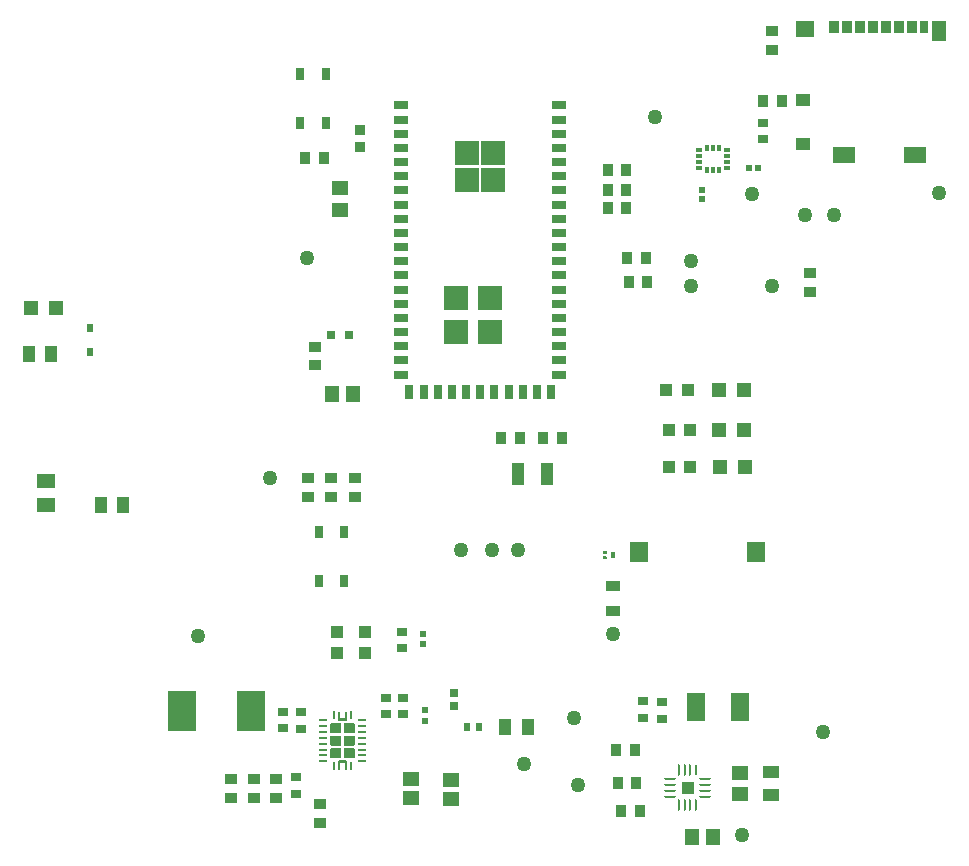
<source format=gtp>
G04*
G04 #@! TF.GenerationSoftware,Altium Limited,Altium Designer,21.1.1 (26)*
G04*
G04 Layer_Color=8421504*
%FSLAX25Y25*%
%MOIN*%
G70*
G04*
G04 #@! TF.SameCoordinates,1EF24474-C81F-45A5-81BD-A50C78BF7B70*
G04*
G04*
G04 #@! TF.FilePolarity,Positive*
G04*
G01*
G75*
%ADD17R,0.01181X0.02362*%
%ADD18R,0.04183X0.04183*%
%ADD19R,0.03937X0.03543*%
%ADD20C,0.05000*%
%ADD21R,0.04134X0.05512*%
%ADD22R,0.03543X0.02756*%
%ADD23R,0.09500X0.13500*%
%ADD24R,0.04331X0.04331*%
%ADD25R,0.07874X0.07874*%
%ADD26R,0.02756X0.04724*%
%ADD27R,0.04724X0.02756*%
%ADD28R,0.02047X0.02047*%
%ADD29R,0.01378X0.02264*%
%ADD30R,0.02264X0.01378*%
%ADD31R,0.03150X0.03150*%
%ADD32R,0.03543X0.03937*%
%ADD33R,0.02559X0.04134*%
%ADD34R,0.04331X0.07480*%
%ADD35R,0.04528X0.05709*%
%ADD36R,0.04331X0.04331*%
%ADD37R,0.02441X0.02441*%
%ADD38R,0.02953X0.02559*%
%ADD39R,0.02165X0.02559*%
%ADD40R,0.05733X0.04940*%
G04:AMPARAMS|DCode=41|XSize=23.62mil|YSize=9.45mil|CornerRadius=1.98mil|HoleSize=0mil|Usage=FLASHONLY|Rotation=0.000|XOffset=0mil|YOffset=0mil|HoleType=Round|Shape=RoundedRectangle|*
%AMROUNDEDRECTD41*
21,1,0.02362,0.00548,0,0,0.0*
21,1,0.01965,0.00945,0,0,0.0*
1,1,0.00397,0.00983,-0.00274*
1,1,0.00397,-0.00983,-0.00274*
1,1,0.00397,-0.00983,0.00274*
1,1,0.00397,0.00983,0.00274*
%
%ADD41ROUNDEDRECTD41*%
G04:AMPARAMS|DCode=42|XSize=9.45mil|YSize=23.62mil|CornerRadius=1.98mil|HoleSize=0mil|Usage=FLASHONLY|Rotation=0.000|XOffset=0mil|YOffset=0mil|HoleType=Round|Shape=RoundedRectangle|*
%AMROUNDEDRECTD42*
21,1,0.00945,0.01965,0,0,0.0*
21,1,0.00548,0.02362,0,0,0.0*
1,1,0.00397,0.00274,-0.00983*
1,1,0.00397,-0.00274,-0.00983*
1,1,0.00397,-0.00274,0.00983*
1,1,0.00397,0.00274,0.00983*
%
%ADD42ROUNDEDRECTD42*%
%ADD43R,0.03197X0.02975*%
%ADD44R,0.05512X0.04134*%
%ADD45R,0.05709X0.04528*%
%ADD46R,0.05906X0.09449*%
%ADD47R,0.03788X0.03400*%
%ADD48R,0.04724X0.03543*%
%ADD49R,0.05906X0.06693*%
%ADD50R,0.04724X0.04724*%
%ADD51R,0.02047X0.02047*%
%ADD52R,0.07480X0.05315*%
%ADD53R,0.04724X0.03937*%
%ADD54R,0.06102X0.05315*%
%ADD55R,0.03347X0.04331*%
%ADD56R,0.02953X0.04331*%
%ADD57R,0.04606X0.07087*%
%ADD58R,0.04154X0.05733*%
%ADD59R,0.06127X0.04942*%
%ADD60R,0.01968X0.03150*%
G04:AMPARAMS|DCode=61|XSize=9.42mil|YSize=38.03mil|CornerRadius=4.71mil|HoleSize=0mil|Usage=FLASHONLY|Rotation=270.000|XOffset=0mil|YOffset=0mil|HoleType=Round|Shape=RoundedRectangle|*
%AMROUNDEDRECTD61*
21,1,0.00942,0.02861,0,0,270.0*
21,1,0.00000,0.03803,0,0,270.0*
1,1,0.00942,-0.01431,0.00000*
1,1,0.00942,-0.01431,0.00000*
1,1,0.00942,0.01431,0.00000*
1,1,0.00942,0.01431,0.00000*
%
%ADD61ROUNDEDRECTD61*%
G04:AMPARAMS|DCode=62|XSize=38.03mil|YSize=9.42mil|CornerRadius=4.71mil|HoleSize=0mil|Usage=FLASHONLY|Rotation=270.000|XOffset=0mil|YOffset=0mil|HoleType=Round|Shape=RoundedRectangle|*
%AMROUNDEDRECTD62*
21,1,0.03803,0.00000,0,0,270.0*
21,1,0.02861,0.00942,0,0,270.0*
1,1,0.00942,0.00000,-0.01431*
1,1,0.00942,0.00000,0.01431*
1,1,0.00942,0.00000,0.01431*
1,1,0.00942,0.00000,-0.01431*
%
%ADD62ROUNDEDRECTD62*%
%ADD63R,0.00942X0.03803*%
G36*
X199049Y-181952D02*
X199105Y-182007D01*
X199135Y-182080D01*
Y-182119D01*
Y-182709D01*
Y-182749D01*
X199105Y-182821D01*
X199049Y-182876D01*
X198977Y-182906D01*
X198111D01*
X198039Y-182876D01*
X197984Y-182821D01*
X197953Y-182749D01*
Y-182709D01*
Y-182119D01*
Y-182080D01*
X197984Y-182007D01*
X198039Y-181952D01*
X198111Y-181922D01*
X198977D01*
X199049Y-181952D01*
D02*
G37*
G36*
Y-183724D02*
X199105Y-183779D01*
X199135Y-183851D01*
Y-183891D01*
Y-184481D01*
Y-184520D01*
X199105Y-184593D01*
X199049Y-184648D01*
X198977Y-184678D01*
X198111D01*
X198039Y-184648D01*
X197984Y-184593D01*
X197953Y-184520D01*
Y-184481D01*
Y-183891D01*
Y-183851D01*
X197984Y-183779D01*
X198039Y-183724D01*
X198111Y-183694D01*
X198977D01*
X199049Y-183724D01*
D02*
G37*
G36*
X111960Y-235485D02*
X112353D01*
X112353Y-235485D01*
X112392Y-235485D01*
X112465Y-235515D01*
X112520Y-235571D01*
X112550Y-235643D01*
Y-235682D01*
Y-238340D01*
X112550D01*
X112550Y-238379D01*
X112520Y-238451D01*
X112465Y-238507D01*
X112392Y-238537D01*
X112353D01*
X109794Y-238537D01*
X109794D01*
X109755Y-238537D01*
X109683Y-238507D01*
X109627Y-238451D01*
X109598Y-238379D01*
Y-238340D01*
X109598Y-235682D01*
X109598Y-235643D01*
X109627Y-235571D01*
X109683Y-235515D01*
X109755Y-235485D01*
X109794D01*
X110188Y-235485D01*
X110188Y-235485D01*
X110227D01*
X110300Y-235515D01*
X110355Y-235571D01*
X110385Y-235643D01*
Y-235682D01*
X110385Y-237552D01*
X111763D01*
X111763Y-235682D01*
Y-235682D01*
X111763Y-235643D01*
X111793Y-235571D01*
X111848Y-235515D01*
X111920Y-235485D01*
X111960Y-235485D01*
D02*
G37*
G36*
X115004Y-239354D02*
X115060Y-239409D01*
X115090Y-239482D01*
Y-239521D01*
Y-242474D01*
Y-242513D01*
X115060Y-242585D01*
X115004Y-242640D01*
X114932Y-242670D01*
X111625D01*
X111553Y-242640D01*
X111497Y-242585D01*
X111468Y-242513D01*
Y-242474D01*
Y-239521D01*
Y-239482D01*
X111497Y-239409D01*
X111553Y-239354D01*
X111625Y-239324D01*
X114932D01*
X115004Y-239354D01*
D02*
G37*
G36*
X110595D02*
X110650Y-239409D01*
X110680Y-239482D01*
Y-239521D01*
Y-242474D01*
Y-242513D01*
X110650Y-242585D01*
X110595Y-242640D01*
X110522Y-242670D01*
X107216D01*
X107143Y-242640D01*
X107088Y-242585D01*
X107058Y-242513D01*
Y-242474D01*
Y-239521D01*
Y-239482D01*
X107088Y-239409D01*
X107143Y-239354D01*
X107216Y-239324D01*
X110522D01*
X110595Y-239354D01*
D02*
G37*
G36*
X115004Y-243488D02*
X115060Y-243543D01*
X115090Y-243616D01*
Y-243655D01*
Y-246607D01*
Y-246647D01*
X115060Y-246719D01*
X115004Y-246774D01*
X114932Y-246804D01*
X111625D01*
X111553Y-246774D01*
X111497Y-246719D01*
X111468Y-246647D01*
Y-246607D01*
Y-243655D01*
Y-243616D01*
X111497Y-243543D01*
X111553Y-243488D01*
X111625Y-243458D01*
X114932D01*
X115004Y-243488D01*
D02*
G37*
G36*
X110595D02*
X110650Y-243543D01*
X110680Y-243616D01*
Y-243655D01*
Y-246607D01*
Y-246647D01*
X110650Y-246719D01*
X110595Y-246774D01*
X110522Y-246804D01*
X107216D01*
X107143Y-246774D01*
X107088Y-246719D01*
X107058Y-246647D01*
Y-246607D01*
Y-243655D01*
Y-243616D01*
X107088Y-243543D01*
X107143Y-243488D01*
X107216Y-243458D01*
X110522D01*
X110595Y-243488D01*
D02*
G37*
G36*
X115004Y-247622D02*
X115060Y-247677D01*
X115090Y-247749D01*
Y-247789D01*
Y-250741D01*
Y-250780D01*
X115060Y-250853D01*
X115004Y-250908D01*
X114932Y-250938D01*
X111625D01*
X111553Y-250908D01*
X111497Y-250853D01*
X111468Y-250780D01*
Y-250741D01*
Y-247789D01*
Y-247749D01*
X111497Y-247677D01*
X111553Y-247622D01*
X111625Y-247592D01*
X114932D01*
X115004Y-247622D01*
D02*
G37*
G36*
X110595D02*
X110650Y-247677D01*
X110680Y-247749D01*
Y-247789D01*
Y-250741D01*
Y-250780D01*
X110650Y-250853D01*
X110595Y-250908D01*
X110522Y-250938D01*
X107216D01*
X107143Y-250908D01*
X107088Y-250853D01*
X107058Y-250780D01*
Y-250741D01*
Y-247789D01*
Y-247749D01*
X107088Y-247677D01*
X107143Y-247622D01*
X107216Y-247592D01*
X110522D01*
X110595Y-247622D01*
D02*
G37*
G36*
X112353Y-251726D02*
X112392Y-251726D01*
X112465Y-251755D01*
X112520Y-251811D01*
X112550Y-251883D01*
Y-251922D01*
X112550Y-254580D01*
X112550Y-254580D01*
X112550Y-254619D01*
X112520Y-254691D01*
X112465Y-254747D01*
X112392Y-254777D01*
X111960D01*
Y-254777D01*
X111920D01*
X111848Y-254747D01*
X111793Y-254691D01*
X111763Y-254619D01*
Y-254580D01*
Y-252710D01*
X110385D01*
X110385Y-254580D01*
X110385D01*
X110385Y-254619D01*
X110355Y-254691D01*
X110300Y-254747D01*
X110227Y-254777D01*
X110188Y-254777D01*
X109794Y-254777D01*
X109755Y-254777D01*
X109683Y-254747D01*
X109627Y-254691D01*
X109598Y-254619D01*
Y-254580D01*
X109598Y-251922D01*
X109598Y-251922D01*
X109598Y-251883D01*
X109627Y-251811D01*
X109683Y-251755D01*
X109755Y-251726D01*
X109794Y-251726D01*
X112353Y-251726D01*
Y-251726D01*
D02*
G37*
D17*
X201300Y-183300D02*
D03*
D18*
X226090Y-260827D02*
D03*
D19*
X99545Y-163915D02*
D03*
Y-157615D02*
D03*
X115293D02*
D03*
Y-163915D02*
D03*
X107419Y-157615D02*
D03*
Y-163915D02*
D03*
X103437Y-266351D02*
D03*
Y-272650D02*
D03*
X88946Y-264325D02*
D03*
Y-258026D02*
D03*
X81537Y-264325D02*
D03*
Y-258026D02*
D03*
X73985Y-264325D02*
D03*
Y-258026D02*
D03*
X101900Y-120050D02*
D03*
Y-113750D02*
D03*
X254400Y-8450D02*
D03*
Y-14750D02*
D03*
X266900Y-95550D02*
D03*
Y-89250D02*
D03*
D20*
X271200Y-242200D02*
D03*
X171537Y-253050D02*
D03*
X201400Y-209407D02*
D03*
X86940Y-157615D02*
D03*
X169500Y-181400D02*
D03*
X161000D02*
D03*
X150724D02*
D03*
X62987Y-210229D02*
D03*
X215411Y-37300D02*
D03*
X309828Y-62500D02*
D03*
X189426Y-259842D02*
D03*
X188300Y-237517D02*
D03*
X227165Y-85319D02*
D03*
Y-93503D02*
D03*
X99168Y-84095D02*
D03*
X244201Y-276665D02*
D03*
X274946Y-69969D02*
D03*
X247600Y-62800D02*
D03*
X254400Y-93503D02*
D03*
X265261Y-69969D02*
D03*
D21*
X172885Y-240603D02*
D03*
X165404D02*
D03*
D22*
X97306Y-235550D02*
D03*
Y-241062D02*
D03*
X91192Y-235485D02*
D03*
Y-240997D02*
D03*
X131064Y-208838D02*
D03*
Y-214350D02*
D03*
X131349Y-230761D02*
D03*
Y-236273D02*
D03*
X125444Y-230761D02*
D03*
Y-236273D02*
D03*
X95637Y-262750D02*
D03*
Y-257238D02*
D03*
X211233Y-232005D02*
D03*
Y-237517D02*
D03*
X217665Y-237795D02*
D03*
Y-232283D02*
D03*
D23*
X57437Y-235150D02*
D03*
X80437D02*
D03*
D24*
X226865Y-141520D02*
D03*
X219779D02*
D03*
X226123Y-128134D02*
D03*
X219036D02*
D03*
X219779Y-153925D02*
D03*
X226865D02*
D03*
D25*
X161135Y-49394D02*
D03*
Y-58126D02*
D03*
X152544Y-49394D02*
D03*
Y-58126D02*
D03*
X160324Y-97646D02*
D03*
Y-108886D02*
D03*
X148812Y-97646D02*
D03*
Y-108886D02*
D03*
D26*
X138109Y-128787D02*
D03*
X180628D02*
D03*
X175904D02*
D03*
X171179D02*
D03*
X166455D02*
D03*
X161731D02*
D03*
X157006D02*
D03*
X152282D02*
D03*
X147557D02*
D03*
X142833D02*
D03*
X133384D02*
D03*
D27*
X183400Y-33350D02*
D03*
Y-38075D02*
D03*
Y-42799D02*
D03*
Y-47524D02*
D03*
Y-52248D02*
D03*
Y-56972D02*
D03*
Y-61697D02*
D03*
Y-66421D02*
D03*
Y-71146D02*
D03*
Y-75870D02*
D03*
Y-80594D02*
D03*
Y-85319D02*
D03*
Y-90043D02*
D03*
Y-94768D02*
D03*
Y-99492D02*
D03*
Y-104217D02*
D03*
Y-108941D02*
D03*
Y-113665D02*
D03*
Y-118390D02*
D03*
Y-123114D02*
D03*
X130644D02*
D03*
Y-118390D02*
D03*
Y-113665D02*
D03*
Y-108941D02*
D03*
Y-104217D02*
D03*
Y-99492D02*
D03*
Y-94768D02*
D03*
Y-90043D02*
D03*
Y-85319D02*
D03*
Y-80594D02*
D03*
Y-75870D02*
D03*
Y-71146D02*
D03*
Y-66421D02*
D03*
Y-61697D02*
D03*
Y-56972D02*
D03*
Y-52248D02*
D03*
Y-47524D02*
D03*
Y-42799D02*
D03*
Y-38075D02*
D03*
Y-33350D02*
D03*
D28*
X231020Y-61417D02*
D03*
Y-64567D02*
D03*
D29*
X232677Y-47589D02*
D03*
X234646D02*
D03*
X236614D02*
D03*
Y-54774D02*
D03*
X234646D02*
D03*
X232677D02*
D03*
D30*
X239222Y-48228D02*
D03*
Y-50197D02*
D03*
Y-52165D02*
D03*
Y-54134D02*
D03*
X230069D02*
D03*
Y-52165D02*
D03*
Y-50197D02*
D03*
Y-48228D02*
D03*
D31*
X113270Y-109970D02*
D03*
X107364D02*
D03*
D32*
X178081Y-144295D02*
D03*
X184380D02*
D03*
X170223D02*
D03*
X163924D02*
D03*
X205723Y-61417D02*
D03*
X199424D02*
D03*
Y-54847D02*
D03*
X205723D02*
D03*
X251350Y-31800D02*
D03*
X257650D02*
D03*
X98601Y-50900D02*
D03*
X104900D02*
D03*
X205723Y-67558D02*
D03*
X199424D02*
D03*
X212205Y-84095D02*
D03*
X205906D02*
D03*
X212750Y-92200D02*
D03*
X206450D02*
D03*
X202362Y-248228D02*
D03*
X208661D02*
D03*
X209055Y-259157D02*
D03*
X202756D02*
D03*
X210236Y-268504D02*
D03*
X203937D02*
D03*
D33*
X103268Y-175531D02*
D03*
Y-191869D02*
D03*
X111732D02*
D03*
Y-175531D02*
D03*
X97068Y-22731D02*
D03*
Y-39069D02*
D03*
X105532D02*
D03*
Y-22731D02*
D03*
D34*
X179356Y-156106D02*
D03*
X169514D02*
D03*
D35*
X114510Y-129571D02*
D03*
X107424D02*
D03*
X227559Y-277165D02*
D03*
X234646D02*
D03*
D36*
X118542Y-215925D02*
D03*
Y-208838D02*
D03*
X109364Y-215925D02*
D03*
Y-208838D02*
D03*
D37*
X137937Y-209407D02*
D03*
Y-212950D02*
D03*
X138436Y-235012D02*
D03*
Y-238555D02*
D03*
D38*
X148200Y-233480D02*
D03*
Y-229149D02*
D03*
D39*
X152594Y-240603D02*
D03*
X156530D02*
D03*
D40*
X147413Y-264593D02*
D03*
Y-258090D02*
D03*
X133921Y-264325D02*
D03*
Y-257823D02*
D03*
D41*
X117570Y-238241D02*
D03*
Y-240210D02*
D03*
Y-242178D02*
D03*
Y-244147D02*
D03*
Y-246115D02*
D03*
Y-248084D02*
D03*
Y-250052D02*
D03*
Y-252021D02*
D03*
X104578D02*
D03*
Y-250052D02*
D03*
Y-248084D02*
D03*
Y-246115D02*
D03*
Y-244147D02*
D03*
Y-242178D02*
D03*
Y-240210D02*
D03*
Y-238241D02*
D03*
D42*
X114027Y-236666D02*
D03*
Y-253596D02*
D03*
X108121D02*
D03*
Y-236666D02*
D03*
D43*
X251200Y-44529D02*
D03*
Y-39212D02*
D03*
D44*
X253900Y-255620D02*
D03*
Y-263100D02*
D03*
D45*
X243701Y-255906D02*
D03*
Y-262992D02*
D03*
X110236Y-68110D02*
D03*
Y-61024D02*
D03*
D46*
X243504Y-233858D02*
D03*
X228937D02*
D03*
D47*
X116800Y-47143D02*
D03*
Y-41400D02*
D03*
D48*
X201400Y-193532D02*
D03*
Y-201800D02*
D03*
D49*
X248988Y-182100D02*
D03*
X210012D02*
D03*
D50*
X236753Y-128134D02*
D03*
X245021D02*
D03*
X236753Y-141520D02*
D03*
X245021D02*
D03*
X237066Y-153925D02*
D03*
X245334D02*
D03*
X7283Y-100787D02*
D03*
X15551D02*
D03*
D51*
X249606Y-54134D02*
D03*
X246457D02*
D03*
D52*
X301855Y-49909D02*
D03*
X278352D02*
D03*
D53*
X264572Y-31504D02*
D03*
Y-46071D02*
D03*
D54*
X265261Y-7783D02*
D03*
D55*
X274946Y-7291D02*
D03*
X279277D02*
D03*
X283608D02*
D03*
X287938D02*
D03*
X292269D02*
D03*
X296600D02*
D03*
X300930D02*
D03*
D56*
X305064D02*
D03*
D57*
X309828Y-8669D02*
D03*
D58*
X30608Y-166535D02*
D03*
X37896D02*
D03*
X6693Y-116142D02*
D03*
X13980D02*
D03*
D59*
X12205Y-166535D02*
D03*
Y-158461D02*
D03*
D60*
X26772Y-107677D02*
D03*
Y-115551D02*
D03*
D61*
X231890Y-257874D02*
D03*
Y-259842D02*
D03*
Y-261811D02*
D03*
Y-263779D02*
D03*
X220291D02*
D03*
Y-261811D02*
D03*
Y-259842D02*
D03*
Y-257874D02*
D03*
D62*
X229043Y-266626D02*
D03*
X227075D02*
D03*
X225106D02*
D03*
X223138D02*
D03*
Y-255027D02*
D03*
X225106D02*
D03*
X227075D02*
D03*
D63*
X229043D02*
D03*
M02*

</source>
